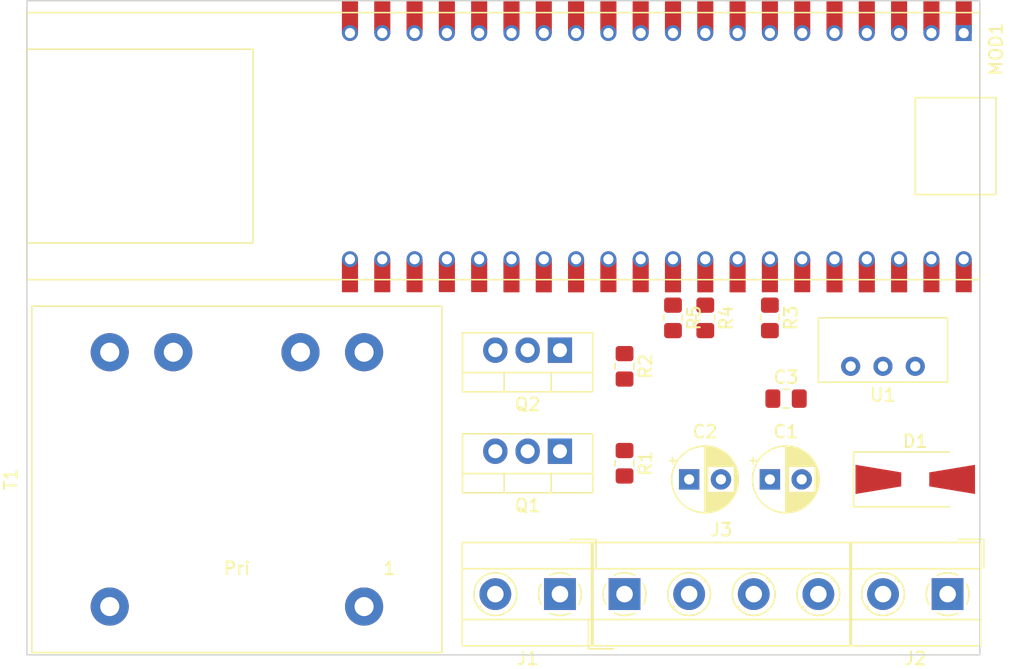
<source format=kicad_pcb>
(kicad_pcb (version 20211014) (generator pcbnew)
  (layers (0 "F.Cu" signal) (31 "B.Cu" signal) (34 "B.Paste" user) (35 "F.Paste" user) (36 "B.SilkS" user "B.Silkscreen") (37 "F.SilkS" user "F.Silkscreen") (38 "B.Mask" user) (39 "F.Mask" user) (44 "Edge.Cuts" user))
  (net 0 "")
  (net 1 "Net-(C1-Pad1)")
  (net 2 "GND")
  (net 3 "+5V")
  (net 4 "VCC")
  (net 5 "Net-(J1-Pad1)")
  (net 6 "Net-(J1-Pad2)")
  (net 7 "Net-(J3-Pad1)")
  (net 8 "Net-(J3-Pad2)")
  (net 9 "Net-(J3-Pad3)")
  (net 24 "Net-(MOD1-Pad19)")
  (net 25 "Net-(MOD1-Pad20)")
  (net 35 "Net-(MOD1-Pad36)")
  (net 38 "Net-(Q1-Pad1)")
  (net 39 "Net-(Q1-Pad2)")
  (net 40 "Net-(Q2-Pad1)")
  (net 41 "Net-(Q2-Pad2)")
  (footprint "Package_TO_SOT_THT:TO-220-3_Vertical" (layer "F.Cu") (at 151.13 106.54 180)
    (fp_text reference "Q1" (at 2.54 -4.27) (layer "F.SilkS"))
    (fp_text value "IRLU8256PbF")
    (fp_line (start 4.391 -3.27) (end 4.391 -1.76) (layer "F.SilkS") (width 0.12))
    (fp_line (start -2.58 -3.27) (end -2.58 1.371) (layer "F.SilkS") (width 0.12))
    (fp_line (start -2.58 -1.76) (end 7.66 -1.76) (layer "F.SilkS") (width 0.12))
    (fp_line (start -2.58 1.371) (end 7.66 1.371) (layer "F.SilkS") (width 0.12))
    (fp_line (start 0.69 -3.27) (end 0.69 -1.76) (layer "F.SilkS") (width 0.12))
    (fp_line (start 7.66 -3.27) (end 7.66 1.371) (layer "F.SilkS") (width 0.12))
    (fp_line (start -2.58 -3.27) (end 7.66 -3.27) (layer "F.SilkS") (width 0.12))
    (pad "1" thru_hole rect (at 0 0 180) (size 1.905 2) (drill 1.1) (layers *.Cu *.Mask) (net 38 "Net-(Q1-Pad1)"))
    (pad "2" thru_hole oval (at 2.54 0 180) (size 1.905 2) (drill 1.1) (layers *.Cu *.Mask) (net 39 "Net-(Q1-Pad2)"))
    (pad "3" thru_hole oval (at 5.08 0 180) (size 1.905 2) (drill 1.1) (layers *.Cu *.Mask) (net 2 "GND"))
  )
  (footprint "Diode_SMD:D_SMA-SMB_Universal_Handsoldering" (layer "F.Cu") (at 179.07 108.755)
    (fp_text reference "D1" (at 0 -3) (layer "F.SilkS"))
    (fp_text value "S2A")
    (fp_line (start -4.85 2.15) (end 2.7 2.15) (layer "F.SilkS") (width 0.12))
    (fp_line (start -4.85 -2.15) (end 2.7 -2.15) (layer "F.SilkS") (width 0.12))
    (fp_line (start -4.85 -2.15) (end -4.85 2.15) (layer "F.SilkS") (width 0.12))
    (pad "1" smd trapezoid (at -2.9 0) (size 3.6 1.7) (rect_delta 0.6 0) (layers "F.Cu" "F.Paste" "F.Mask") (net 1 "Net-(C1-Pad1)"))
    (pad "2" smd trapezoid (at 2.9 0 180) (size 3.6 1.7) (rect_delta 0.6 0) (layers "F.Cu" "F.Paste" "F.Mask") (net 4 "VCC"))
  )
  (footprint "Resistor_SMD:R_0805_2012Metric_Pad1.20x1.40mm_HandSolder" (layer "F.Cu") (at 167.64 96.055 -90)
    (fp_text reference "R3" (at 0 -1.65 90) (layer "F.SilkS"))
    (fp_text value "1k")
    (fp_line (start -0.227064 -0.735) (end 0.227064 -0.735) (layer "F.SilkS") (width 0.12))
    (fp_line (start -0.227064 0.735) (end 0.227064 0.735) (layer "F.SilkS") (width 0.12))
    (pad "1" smd roundrect (at -1 0 270) (size 1.2 1.4) (layers "F.Cu" "F.Paste" "F.Mask") (roundrect_rratio 0.208333) (net 7 "Net-(J3-Pad1)"))
    (pad "2" smd roundrect (at 1 0 270) (size 1.2 1.4) (layers "F.Cu" "F.Paste" "F.Mask") (roundrect_rratio 0.208333) (net 35 "Net-(MOD1-Pad36)"))
  )
  (footprint "Capacitor_THT:CP_Radial_D5.0mm_P2.50mm" (layer "F.Cu") (at 161.29 108.755)
    (fp_text reference "C2" (at 1.25 -3.75) (layer "F.SilkS"))
    (fp_text value "10uF 50V")
    (fp_line (start 3.291 -1.605) (end 3.291 -1.04) (layer "F.SilkS") (width 0.12))
    (fp_line (start 2.891 -2.004) (end 2.891 -1.04) (layer "F.SilkS") (width 0.12))
    (fp_line (start 2.251 1.04) (end 2.251 2.382) (layer "F.SilkS") (width 0.12))
    (fp_line (start 2.331 1.04) (end 2.331 2.348) (layer "F.SilkS") (width 0.12))
    (fp_line (start 2.571 -2.224) (end 2.571 -1.04) (layer "F.SilkS") (width 0.12))
    (fp_line (start 2.931 -1.971) (end 2.931 -1.04) (layer "F.SilkS") (width 0.12))
    (fp_line (start 1.25 -2.58) (end 1.25 2.58) (layer "F.SilkS") (width 0.12))
    (fp_line (start 2.091 -2.442) (end 2.091 -1.04) (layer "F.SilkS") (width 0.12))
    (fp_line (start 2.611 -2.2) (end 2.611 -1.04) (layer "F.SilkS") (width 0.12))
    (fp_line (start 3.451 -1.383) (end 3.451 -1.04) (layer "F.SilkS") (width 0.12))
    (fp_line (start 2.851 1.04) (end 2.851 2.035) (layer "F.SilkS") (width 0.12))
    (fp_line (start 2.411 -2.31) (end 2.411 -1.04) (layer "F.SilkS") (width 0.12))
    (fp_line (start 2.691 -2.149) (end 2.691 -1.04) (layer "F.SilkS") (width 0.12))
    (fp_line (start 3.411 1.04) (end 3.411 1.443) (layer "F.SilkS") (width 0.12))
    (fp_line (start 1.49 1.04) (end 1.49 2.569) (layer "F.SilkS") (width 0.12))
    (fp_line (start 2.811 -2.065) (end 2.811 -1.04) (layer "F.SilkS") (width 0.12))
    (fp_line (start 2.971 1.04) (end 2.971 1.937) (layer "F.SilkS") (width 0.12))
    (fp_line (start 1.971 1.04) (end 1.971 2.48) (layer "F.SilkS") (width 0.12))
    (fp_line (start 3.731 -0.805) (end 3.731 0.805) (layer "F.SilkS") (width 0.12))
    (fp_line (start 1.73 -2.536) (end 1.73 -1.04) (layer "F.SilkS") (width 0.12))
    (fp_line (start 3.531 1.04) (end 3.531 1.251) (layer "F.SilkS") (width 0.12))
    (fp_line (start 3.011 -1.901) (end 3.011 -1.04) (layer "F.SilkS") (width 0.12))
    (fp_line (start 2.211 1.04) (end 2.211 2.398) (layer "F.SilkS") (width 0.12))
    (fp_line (start 2.971 -1.937) (end 2.971 -1.04) (layer "F.SilkS") (width 0.12))
    (fp_line (start 3.251 1.04) (end 3.251 1.653) (layer "F.SilkS") (width 0.12))
    (fp_line (start 2.091 1.04) (end 2.091 2.442) (layer "F.SilkS") (width 0.12))
    (fp_line (start 2.651 1.04) (end 2.651 2.175) (layer "F.SilkS") (width 0.12))
    (fp_line (start 1.81 1.04) (end 1.81 2.52) (layer "F.SilkS") (width 0.12))
    (fp_line (start 2.531 -2.247) (end 2.531 -1.04) (layer "F.SilkS") (width 0.12))
    (fp_line (start 2.491 -2.268) (end 2.491 -1.04) (layer "F.SilkS") (width 0.12))
    (fp_line (start 2.291 1.04) (end 2.291 2.365) (layer "F.SilkS") (width 0.12))
    (fp_line (start 1.49 -2.569) (end 1.49 -1.04) (layer "F.SilkS") (width 0.12))
    (fp_line (start 1.57 -2.561) (end 1.57 -1.04) (layer "F.SilkS") (width 0.12))
    (fp_line (start 3.091 1.04) (end 3.091 1.826) (layer "F.SilkS") (width 0.12))
    (fp_line (start 2.771 1.04) (end 2.771 2.095) (layer "F.SilkS") (width 0.12))
    (fp_line (start 1.89 -2.501) (end 1.89 -1.04) (layer "F.SilkS") (width 0.12))
    (fp_line (start 2.051 1.04) (end 2.051 2.455) (layer "F.SilkS") (width 0.12))
    (fp_line (start 3.211 -1.699) (end 3.211 -1.04) (layer "F.SilkS") (width 0.12))
    (fp_line (start 3.171 1.04) (end 3.171 1.743) (layer "F.SilkS") (width 0.12))
    (fp_line (start 2.251 -2.382) (end 2.251 -1.04) (layer "F.SilkS") (width 0.12))
    (fp_line (start 1.89 1.04) (end 1.89 2.501) (layer "F.SilkS") (width 0.12))
    (fp_line (start 2.771 -2.095) (end 2.771 -1.04) (layer "F.SilkS") (width 0.12))
    (fp_line (start 3.251 -1.653) (end 3.251 -1.04) (layer "F.SilkS") (width 0.12))
    (fp_line (start 3.811 -0.518) (end 3.811 0.518) (layer "F.SilkS") (width 0.12))
    (fp_line (start 2.531 1.04) (end 2.531 2.247) (layer "F.SilkS") (width 0.12))
    (fp_line (start 3.331 -1.554) (end 3.331 -1.04) (layer "F.SilkS") (width 0.12))
    (fp_line (start 3.851 -0.284) (end 3.851 0.284) (layer "F.SilkS") (width 0.12))
    (fp_line (start 3.531 -1.251) (end 3.531 -1.04) (layer "F.SilkS") (width 0.12))
    (fp_line (start 3.331 1.04) (end 3.331 1.554) (layer "F.SilkS") (width 0.12))
    (fp_line (start 1.65 -2.55) (end 1.65 -1.04) (layer "F.SilkS") (width 0.12))
    (fp_line (start 2.491 1.04) (end 2.491 2.268) (layer "F.SilkS") (width 0.12))
    (fp_line (start 3.051 -1.864) (end 3.051 -1.04) (layer "F.SilkS") (width 0.12))
    (fp_line (start 3.691 -0.915) (end 3.691 0.915) (layer "F.SilkS") (width 0.12))
    (fp_line (start 2.171 1.04) (end 2.171 2.414) (layer "F.SilkS") (width 0.12))
    (fp_line (start 1.69 1.04) (end 1.69 2.543) (layer "F.SilkS") (width 0.12))
    (fp_line (start 2.211 -2.398) (end 2.211 -1.04) (layer "F.SilkS") (width 0.12))
    (fp_line (start 2.851 -2.035) (end 2.851 -1.04) (layer "F.SilkS") (width 0.12))
    (fp_line (start 3.011 1.04) (end 3.011 1.901) (layer "F.SilkS") (width 0.12))
    (fp_line (start 1.53 1.04) (end 1.53 2.565) (layer "F.SilkS") (width 0.12))
    (fp_line (start 3.611 -1.098) (end 3.611 1.098) (layer "F.SilkS") (width 0.12))
    (fp_line (start 1.77 1.04) (end 1.77 2.528) (layer "F.SilkS") (width 0.12))
    (fp_line (start 2.371 1.04) (end 2.371 2.329) (layer "F.SilkS") (width 0.12))
    (fp_line (start 2.571 1.04) (end 2.571 2.224) (layer "F.SilkS") (width 0.12))
    (fp_line (start 1.81 -2.52) (end 1.81 -1.04) (layer "F.SilkS") (width 0.12))
    (fp_line (start 2.171 -2.414) (end 2.171 -1.04) (layer "F.SilkS") (width 0.12))
    (fp_line (start 3.211 1.04) (end 3.211 1.699) (layer "F.SilkS") (width 0.12))
    (fp_line (start 1.53 -2.565) (end 1.53 -1.04) (layer "F.SilkS") (width 0.12))
    (fp_line (start 2.451 1.04) (end 2.451 2.29) (layer "F.SilkS") (width 0.12))
    (fp_line (start 2.451 -2.29) (end 2.451 -1.04) (layer "F.SilkS") (width 0.12))
    (fp_line (start 3.171 -1.743) (end 3.171 -1.04) (layer "F.SilkS") (width 0.12))
    (fp_line (start 3.411 -1.443) (end 3.411 -1.04) (layer "F.SilkS") (width 0.12))
    (fp_line (start 1.65 1.04) (end 1.65 2.55) (layer "F.SilkS") (width 0.12))
    (fp_line (start 2.651 -2.175) (end 2.651 -1.04) (layer "F.SilkS") (width 0.12))
    (fp_line (start 2.051 -2.455) (end 2.051 -1.04) (layer "F.SilkS") (width 0.12))
    (fp_line (start 1.69 -2.543) (end 1.69 -1.04) (layer "F.SilkS") (width 0.12))
    (fp_line (start 2.691 1.04) (end 2.691 2.149) (layer "F.SilkS") (width 0.12))
    (fp_line (start 2.931 1.04) (end 2.931 1.971) (layer "F.SilkS") (width 0.12))
    (fp_line (start 3.291 1.04) (end 3.291 1.605) (layer "F.SilkS") (width 0.12))
    (fp_line (start 3.131 1.04) (end 3.131 1.785) (layer "F.SilkS") (width 0.12))
    (fp_line (start 2.811 1.04) (end 2.811 2.065) (layer "F.SilkS") (width 0.12))
    (fp_line (start 1.33 -2.579) (end 1.33 2.579) (layer "F.SilkS") (width 0.12))
    (fp_line (start 1.37 -2.578) (end 1.37 2.578) (layer "F.SilkS") (width 0.12))
    (fp_line (start 2.131 1.04) (end 2.131 2.428) (layer "F.SilkS") (width 0.12))
    (fp_line (start 3.051 1.04) (end 3.051 1.864) (layer "F.SilkS") (width 0.12))
    (fp_line (start 3.091 -1.826) (end 3.091 -1.04) (layer "F.SilkS") (width 0.12))
    (fp_line (start 2.411 1.04) (end 2.411 2.31) (layer "F.SilkS") (width 0.12))
    (fp_line (start 2.331 -2.348) (end 2.331 -1.04) (layer "F.SilkS") (width 0.12))
    (fp_line (start 1.93 1.04) (end 1.93 2.491) (layer "F.SilkS") (width 0.12))
    (fp_line (start 1.41 -2.576) (end 1.41 2.576) (layer "F.SilkS") (width 0.12))
    (fp_line (start 1.29 -2.58) (end 1.29 2.58) (layer "F.SilkS") (width 0.12))
    (fp_line (start 1.971 -2.48) (end 1.971 -1.04) (layer "F.SilkS") (width 0.12))
    (fp_line (start 3.131 -1.785) (end 3.131 -1.04) (layer "F.SilkS") (width 0.12))
    (fp_line (start 3.371 -1.5) (end 3.371 -1.04) (layer "F.SilkS") (width 0.12))
    (fp_line (start 2.731 1.04) (end 2.731 2.122) (layer "F.SilkS") (width 0.12))
    (fp_line (start 1.61 1.04) (end 1.61 2.556) (layer "F.SilkS") (width 0.12))
    (fp_line (start 3.371 1.04) (end 3.371 1.5) (layer "F.SilkS") (width 0.12))
    (fp_line (start 3.571 -1.178) (end 3.571 1.178) (layer "F.SilkS") (width 0.12))
    (fp_line (start 1.73 1.04) (end 1.73 2.536) (layer "F.SilkS") (width 0.12))
    (fp_line (start 2.291 -2.365) (end 2.291 -1.04) (layer "F.SilkS") (width 0.12))
    (fp_line (start 3.451 1.04) (end 3.451 1.383) (layer "F.SilkS") (width 0.12))
    (fp_line (start 2.011 1.04) (end 2.011 2.468) (layer "F.SilkS") (width 0.12))
    (fp_line (start 3.491 -1.319) (end 3.491 -1.04) (layer "F.SilkS") (width 0.12))
    (fp_line (start 3.651 -1.011) (end 3.651 1.011) (layer "F.SilkS") (width 0.12))
    (fp_line (start 2.731 -2.122) (end 2.731 -1.04) (layer "F.SilkS") (width 0.12))
    (fp_line (start 2.891 1.04) (end 2.891 2.004) (layer "F.SilkS") (width 0.12))
    (fp_line (start 1.93 -2.491) (end 1.93 -1.04) (layer "F.SilkS") (width 0.12))
    (fp_line (start 3.491 1.04) (end 3.491 1.319) (layer "F.SilkS") (width 0.12))
    (fp_line (start -1.554775 -1.475) (end -1.054775 -1.475) (layer "F.SilkS") (width 0.12))
    (fp_line (start 2.371 -2.329) (end 2.371 -1.04) (layer "F.SilkS") (width 0.12))
    (fp_line (start 1.57 1.04) (end 1.57 2.561) (layer "F.SilkS") (width 0.12))
    (fp_line (start 1.85 -2.511) (end 1.85 -1.04) (layer "F.SilkS") (width 0.12))
    (fp_line (start 1.61 -2.556) (end 1.61 -1.04) (layer "F.SilkS") (width 0.12))
    (fp_line (start 1.45 -2.573) (end 1.45 2.573) (layer "F.SilkS") (width 0.12))
    (fp_line (start 2.611 1.04) (end 2.611 2.2) (layer "F.SilkS") (width 0.12))
    (fp_line (start 2.011 -2.468) (end 2.011 -1.04) (layer "F.SilkS") (width 0.12))
    (fp_line (start -1.304775 -1.725) (end -1.304775 -1.225) (layer "F.SilkS") (width 0.12))
    (fp_line (start 3.771 -0.677) (end 3.771 0.677) (layer "F.SilkS") (width 0.12))
    (fp_line (start 1.77 -2.528) (end 1.77 -1.04) (layer "F.SilkS") (width 0.12))
    (fp_line (start 1.85 1.04) (end 1.85 2.511) (layer "F.SilkS") (width 0.12))
    (fp_line (start 2.131 -2.428) (end 2.131 -1.04) (layer "F.SilkS") (width 0.12))
    (fp_circle (center 1.25 0) (end 3.87 0) (layer "F.SilkS") (width 0.12) (fill none))
    (pad "1" thru_hole rect (at 0 0) (size 1.6 1.6) (drill 0.8) (layers *.Cu *.Mask) (net 3 "+5V"))
    (pad "2" thru_hole circle (at 2.5 0) (size 1.6 1.6) (drill 0.8) (layers *.Cu *.Mask) (net 2 "GND"))
  )
  (footprint "Resistor_SMD:R_0805_2012Metric_Pad1.20x1.40mm_HandSolder" (layer "F.Cu") (at 156.21 107.485 -90)
    (fp_text reference "R1" (at 0 -1.65 90) (layer "F.SilkS"))
    (fp_text value "100R")
    (fp_line (start -0.227064 -0.735) (end 0.227064 -0.735) (layer "F.SilkS") (width 0.12))
    (fp_line (start -0.227064 0.735) (end 0.227064 0.735) (layer "F.SilkS") (width 0.12))
    (pad "1" smd roundrect (at -1 0 270) (size 1.2 1.4) (layers "F.Cu" "F.Paste" "F.Mask") (roundrect_rratio 0.208333) (net 24 "Net-(MOD1-Pad19)"))
    (pad "2" smd roundrect (at 1 0 270) (size 1.2 1.4) (layers "F.Cu" "F.Paste" "F.Mask") (roundrect_rratio 0.208333) (net 38 "Net-(Q1-Pad1)"))
  )
  (footprint "Resistor_SMD:R_0805_2012Metric_Pad1.20x1.40mm_HandSolder" (layer "F.Cu") (at 156.21 99.865 -90)
    (fp_text reference "R2" (at 0 -1.65 90) (layer "F.SilkS"))
    (fp_text value "100R")
    (fp_line (start -0.227064 -0.735) (end 0.227064 -0.735) (layer "F.SilkS") (width 0.12))
    (fp_line (start -0.227064 0.735) (end 0.227064 0.735) (layer "F.SilkS") (width 0.12))
    (pad "1" smd roundrect (at -1 0 270) (size 1.2 1.4) (layers "F.Cu" "F.Paste" "F.Mask") (roundrect_rratio 0.208333) (net 25 "Net-(MOD1-Pad20)"))
    (pad "2" smd roundrect (at 1 0 270) (size 1.2 1.4) (layers "F.Cu" "F.Paste" "F.Mask") (roundrect_rratio 0.208333) (net 40 "Net-(Q2-Pad1)"))
  )
  (footprint "TerminalBlock_MetzConnect:TerminalBlock_MetzConnect_Type101_RT01602HBWC_1x02_P5.08mm_Horizontal" (layer "F.Cu") (at 181.615 117.7765 180)
    (fp_text reference "J2" (at 2.54 -5.06) (layer "F.SilkS"))
    (fp_text value "Screw_Terminal_01x02")
    (fp_line (start -2.6 4.06) (end 7.68 4.06) (layer "F.SilkS") (width 0.12))
    (fp_line (start -2.6 2) (end 7.68 2) (layer "F.SilkS") (width 0.12))
    (fp_line (start -2.6 -4.06) (end -2.6 4.06) (layer "F.SilkS") (width 0.12))
    (fp_line (start 6.355 -1.069) (end 6.261 -0.976) (layer "F.SilkS") (width 0.12))
    (fp_line (start -2.6 -4.06) (end 7.68 -4.06) (layer "F.SilkS") (width 0.12))
    (fp_line (start -2.6 -2) (end 7.68 -2) (layer "F.SilkS") (width 0.12))
    (fp_line (start 6.15 -1.275) (end 6.091 -1.216) (layer "F.SilkS") (width 0.12))
    (fp_line (start -2.84 2.06) (end -2.84 4.3) (layer "F.SilkS") (width 0.12))
    (fp_line (start 7.68 -4.06) (end 7.68 4.06) (layer "F.SilkS") (width 0.12))
    (fp_line (start -2.84 4.3) (end -0.84 4.3) (layer "F.SilkS") (width 0.12))
    (fp_line (start 4.07 1.216) (end 4.011 1.274) (layer "F.SilkS") (width 0.12))
    (fp_line (start 3.9 0.976) (end 3.806 1.069) (layer "F.SilkS") (width 0.12))
    (fp_arc (start 0.029383 1.68045) (mid -0.392304 1.634281) (end -0.789 1.484) (layer "F.SilkS") (width 0.12))
    (fp_arc (start -1.483953 0.789089) (mid -1.680708 0.00005) (end -1.484 -0.789) (layer "F.SilkS") (width 0.12))
    (fp_arc (start -0.789089 -1.483953) (mid -0.00005 -1.680708) (end 0.789 -1.484) (layer "F.SilkS") (width 0.12))
    (fp_arc (start 0.788712 1.483352) (mid 0.406429 1.630097) (end 0 1.68) (layer "F.SilkS") (width 0.12))
    (fp_arc (start 1.483953 -0.789089) (mid 1.680708 -0.00005) (end 1.484 0.789) (layer "F.SilkS") (width 0.12))
    (fp_circle (center 5.08 0) (end 6.76 0) (layer "F.SilkS") (width 0.12) (fill none))
    (pad "1" thru_hole rect (at 0 0 180) (size 2.5 2.5) (drill 1.3) (layers *.Cu *.Mask) (net 4 "VCC"))
    (pad "2" thru_hole circle (at 5.08 0 180) (size 2.5 2.5) (drill 1.3) (layers *.Cu *.Mask) (net 2 "GND"))
  )
  (footprint "Package_TO_SOT_THT:TO-220-3_Vertical" (layer "F.Cu") (at 151.13 98.595 180)
    (fp_text reference "Q2" (at 2.54 -4.27) (layer "F.SilkS"))
    (fp_text value "IRLU8256PbF")
    (fp_line (start 7.66 -3.27) (end 7.66 1.371) (layer "F.SilkS") (width 0.12))
    (fp_line (start 4.391 -3.27) (end 4.391 -1.76) (layer "F.SilkS") (width 0.12))
    (fp_line (start -2.58 -1.76) (end 7.66 -1.76) (layer "F.SilkS") (width 0.12))
    (fp_line (start -2.58 -3.27) (end -2.58 1.371) (layer "F.SilkS") (width 0.12))
    (fp_line (start -2.58 1.371) (end 7.66 1.371) (layer "F.SilkS") (width 0.12))
    (fp_line (start 0.69 -3.27) (end 0.69 -1.76) (layer "F.SilkS") (width 0.12))
    (fp_line (start -2.58 -3.27) (end 7.66 -3.27) (layer "F.SilkS") (width 0.12))
    (pad "1" thru_hole rect (at 0 0 180) (size 1.905 2) (drill 1.1) (layers *.Cu *.Mask) (net 40 "Net-(Q2-Pad1)"))
    (pad "2" thru_hole oval (at 2.54 0 180) (size 1.905 2) (drill 1.1) (layers *.Cu *.Mask) (net 41 "Net-(Q2-Pad2)"))
    (pad "3" thru_hole oval (at 5.08 0 180) (size 1.905 2) (drill 1.1) (layers *.Cu *.Mask) (net 2 "GND"))
  )
  (footprint "cpv:R-78E" (layer "F.Cu") (at 176.53 99.865)
    (fp_text reference "U1" (at 0 2.25) (layer "F.SilkS"))
    (fp_text value "R-78E5.0-0.5")
    (fp_line (start 5.08 -3.81) (end 5.08 1.25) (layer "F.SilkS") (width 0.12))
    (fp_line (start -5.08 1.25) (end -5.08 -3.81) (layer "F.SilkS") (width 0.12))
    (fp_line (start -5.08 -3.81) (end 5.08 -3.81) (layer "F.SilkS") (width 0.12))
    (fp_line (start 5.08 1.25) (end -5.08 1.25) (layer "F.SilkS") (width 0.12))
    (pad "1" thru_hole circle (at -2.54 0) (size 1.5 1.5) (drill 0.8) (layers *.Cu *.Mask) (net 1 "Net-(C1-Pad1)"))
    (pad "2" thru_hole circle (at 0 0) (size 1.5 1.5) (drill 0.8) (layers *.Cu *.Mask) (net 2 "GND"))
    (pad "3" thru_hole circle (at 2.54 0) (size 1.5 1.5) (drill 0.8) (layers *.Cu *.Mask) (net 3 "+5V"))
  )
  (footprint "cpv:W5100S-EVB-PICO" (layer "F.Cu") (at 158.75 82.55)
    (fp_text reference "MOD1" (at 26.67 -7.62 90) (layer "F.SilkS"))
    (fp_text value "W5100S-EVB-Pico")
    (fp_poly (pts (xy -21.0058 -8.89) (xy -21.59 -9.515) (xy -22.1742 -8.89) (xy -22.1742 -11.43) (xy -21.0058 -11.43)) (layer "F.Cu") (width 0.1) (fill solid))
    (fp_poly (pts (xy 14.5542 -8.88) (xy 13.97 -9.505) (xy 13.3858 -8.88) (xy 13.3858 -11.42) (xy 14.5542 -11.42)) (layer "F.Cu") (width 0.1) (fill solid))
    (fp_poly (pts (xy -13.3858 -8.9) (xy -13.97 -9.525) (xy -14.5542 -8.9) (xy -14.5542 -11.44) (xy -13.3858 -11.44)) (layer "F.Cu") (width 0.1) (fill solid))
    (fp_poly (pts (xy -10.8458 -8.89) (xy -11.43 -9.515) (xy -12.0142 -8.89) (xy -12.0142 -11.43) (xy -10.8458 -11.43)) (layer "F.Cu") (width 0.1) (fill solid))
    (fp_poly (pts (xy 4.3942 -8.89) (xy 3.81 -9.515) (xy 3.2258 -8.89) (xy 3.2258 -11.43) (xy 4.3942 -11.43)) (layer "F.Cu") (width 0.1) (fill solid))
    (fp_poly (pts (xy 23.5458 8.9) (xy 24.13 9.525) (xy 24.7142 8.9) (xy 24.7142 11.44) (xy 23.5458 11.44)) (layer "F.Cu") (width 0.1) (fill solid))
    (fp_poly (pts (xy -23.5458 -8.89) (xy -24.13 -9.515) (xy -24.7142 -8.89) (xy -24.7142 -11.43) (xy -23.5458 -11.43)) (layer "F.Cu") (width 0.1) (fill solid))
    (fp_poly (pts (xy 3.2258 8.91) (xy 3.81 9.535) (xy 4.3942 8.91) (xy 4.3942 11.45) (xy 3.2258 11.45)) (layer "F.Cu") (width 0.1) (fill solid))
    (fp_poly (pts (xy 8.3058 8.9) (xy 8.89 9.525) (xy 9.4742 8.9) (xy 9.4742 11.44) (xy 8.3058 11.44)) (layer "F.Cu") (width 0.1) (fill solid))
    (fp_poly (pts (xy 24.7142 -8.89) (xy 24.13 -9.515) (xy 23.5458 -8.89) (xy 23.5458 -11.43) (xy 24.7142 -11.43)) (layer "F.Cu") (width 0.1) (fill solid))
    (fp_poly (pts (xy -0.6858 -8.9) (xy -1.27 -9.525) (xy -1.8542 -8.9) (xy -1.8542 -11.44) (xy -0.6858 -11.44)) (layer "F.Cu") (width 0.1) (fill solid))
    (fp_poly (pts (xy 6.9342 -8.9) (xy 6.35 -9.525) (xy 5.7658 -8.9) (xy 5.7658 -11.44) (xy 6.9342 -11.44)) (layer "F.Cu") (width 0.1) (fill solid))
    (fp_poly (pts (xy -12.0142 8.91) (xy -11.43 9.535) (xy -10.8458 8.91) (xy -10.8458 11.45) (xy -12.0142 11.45)) (layer "F.Cu") (width 0.1) (fill solid))
    (fp_poly (pts (xy 17.0942 -8.88) (xy 16.51 -9.505) (xy 15.9258 -8.88) (xy 15.9258 -11.42) (xy 17.0942 -11.42)) (layer "F.Cu") (width 0.1) (fill solid))
    (fp_poly (pts (xy -24.7142 8.9) (xy -24.13 9.525) (xy -23.5458 8.9) (xy -23.5458 11.44) (xy -24.7142 11.44)) (layer "F.Cu") (width 0.1) (fill solid))
    (fp_poly (pts (xy 19.6342 -8.89) (xy 19.05 -9.515) (xy 18.4658 -8.89) (xy 18.4658 -11.43) (xy 19.6342 -11.43)) (layer "F.Cu") (width 0.1) (fill solid))
    (fp_poly (pts (xy -17.0942 8.89) (xy -16.51 9.515) (xy -15.9258 8.89) (xy -15.9258 11.43) (xy -17.0942 11.43)) (layer "F.Cu") (width 0.1) (fill solid))
    (fp_poly (pts (xy -8.3058 -8.89) (xy -8.89 -9.515) (xy -9.4742 -8.89) (xy -9.4742 -11.43) (xy -8.3058 -11.43)) (layer "F.Cu") (width 0.1) (fill solid))
    (fp_poly (pts (xy 9.4742 -8.9) (xy 8.89 -9.525) (xy 8.3058 -8.9) (xy 8.3058 -11.44) (xy 9.4742 -11.44)) (layer "F.Cu") (width 0.1) (fill solid))
    (fp_poly (pts (xy -9.4742 8.91) (xy -8.89 9.535) (xy -8.3058 8.91) (xy -8.3058 11.45) (xy -9.4742 11.45)) (layer "F.Cu") (width 0.1) (fill solid))
    (fp_poly (pts (xy -4.3942 8.9) (xy -3.81 9.525) (xy -3.2258 8.9) (xy -3.2258 11.44) (xy -4.3942 11.44)) (layer "F.Cu") (width 0.1) (fill solid))
    (fp_poly (pts (xy -1.8542 8.9) (xy -1.27 9.525) (xy -0.6858 8.9) (xy -0.6858 11.44) (xy -1.8542 11.44)) (layer "F.Cu") (width 0.1) (fill solid))
    (fp_poly (pts (xy 5.7658 8.91) (xy 6.35 9.535) (xy 6.9342 8.91) (xy 6.9342 11.45) (xy 5.7658 11.45)) (layer "F.Cu") (width 0.1) (fill solid))
    (fp_poly (pts (xy 1.8542 -8.89) (xy 1.27 -9.515) (xy 0.6858 -8.89) (xy 0.6858 -11.43) (xy 1.8542 -11.43)) (layer "F.Cu") (width 0.1) (fill solid))
    (fp_poly (pts (xy 13.3858 8.91) (xy 13.97 9.535) (xy 14.5542 8.91) (xy 14.5542 11.45) (xy 13.3858 11.45)) (layer "F.Cu") (width 0.1) (fill solid))
    (fp_poly (pts (xy 15.9258 8.91) (xy 16.51 9.535) (xy 17.0942 8.91) (xy 17.0942 11.45) (xy 15.9258 11.45)) (layer "F.Cu") (width 0.1) (fill solid))
    (fp_poly (pts (xy -18.4658 -8.9) (xy -19.05 -9.525) (xy -19.6342 -8.9) (xy -19.6342 -11.44) (xy -18.4658 -11.44)) (layer "F.Cu") (width 0.1) (fill solid))
    (fp_poly (pts (xy -14.5542 8.89) (xy -13.97 9.515) (xy -13.3858 8.89) (xy -13.3858 11.43) (xy -14.5542 11.43)) (layer "F.Cu") (width 0.1) (fill solid))
    (fp_poly (pts (xy -22.1742 8.9) (xy -21.59 9.525) (xy -21.0058 8.9) (xy -21.0058 11.44) (xy -22.1742 11.44)) (layer "F.Cu") (width 0.1) (fill solid))
    (fp_poly (pts (xy -5.7658 -8.9) (xy -6.35 -9.525) (xy -6.9342 -8.9) (xy -6.9342 -11.44) (xy -5.7658 -11.44)) (layer "F.Cu") (width 0.1) (fill solid))
    (fp_poly (pts (xy -19.6342 8.9) (xy -19.05 9.525) (xy -18.4658 8.9) (xy -18.4658 11.44) (xy -19.6342 11.44)) (layer "F.Cu") (width 0.1) (fill solid))
    (fp_poly (pts (xy 12.0142 -8.9) (xy 11.43 -9.525) (xy 10.8458 -8.9) (xy 10.8458 -11.44) (xy 12.0142 -11.44)) (layer "F.Cu") (width 0.1) (fill solid))
    (fp_poly (pts (xy 18.4658 8.91) (xy 19.05 9.535) (xy 19.6342 8.91) (xy 19.6342 11.45) (xy 18.4658 11.45)) (layer "F.Cu") (width 0.1) (fill solid))
    (fp_poly (pts (xy 21.0058 8.9) (xy 21.59 9.525) (xy 22.1742 8.9) (xy 22.1742 11.44) (xy 21.0058 11.44)) (layer "F.Cu") (width 0.1) (fill solid))
    (fp_poly (pts (xy 22.1742 -8.89) (xy 21.59 -9.515) (xy 21.0058 -8.89) (xy 21.0058 -11.43) (xy 22.1742 -11.43)) (layer "F.Cu") (width 0.1) (fill solid))
    (fp_poly (pts (xy 10.8458 8.9) (xy 11.43 9.525) (xy 12.0142 8.9) (xy 12.0142 11.44) (xy 10.8458 11.44)) (layer "F.Cu") (width 0.1) (fill solid))
    (fp_poly (pts (xy 0.6858 8.91) (xy 1.27 9.535) (xy 1.8542 8.91) (xy 1.8542 11.45) (xy 0.6858 11.45)) (layer "F.Cu") (width 0.1) (fill solid))
    (fp_poly (pts (xy -15.9258 -8.9) (xy -16.51 -9.525) (xy -17.0942 -8.9) (xy -17.0942 -11.44) (xy -15.9258 -11.44)) (layer "F.Cu") (width 0.1) (fill solid))
    (fp_poly (pts (xy -6.9342 8.91) (xy -6.35 9.535) (xy -5.7658 8.91) (xy -5.7658 11.45) (xy -6.9342 11.45)) (layer "F.Cu") (width 0.1) (fill solid))
    (fp_poly (pts (xy -3.2258 -8.9) (xy -3.81 -9.525) (xy -4.3942 -8.9) (xy -4.3942 -11.44) (xy -3.2258 -11.44)) (layer "F.Cu") (width 0.1) (fill solid))
    (fp_line (start -49.53 -10.5) (end -49.53 10.5) (layer "F.SilkS") (width 0.12))
    (fp_line (start 25.4 -10.5) (end -49.53 -10.5) (layer "F.SilkS") (width 0.12))
    (fp_line (start 25.4 10.5) (end 25.4 -10.5) (layer "F.SilkS") (width 0.12))
    (fp_line (start -49.53 10.5) (end 25.4 10.5) (layer "F.SilkS") (width 0.12))
    (fp_rect (start -49.53 -7.62) (end -31.75 7.62) (layer "F.SilkS") (width 0.12) (fill none))
    (fp_rect (start 26.67 -3.81) (end 20.32 3.81) (layer "F.SilkS") (width 0.12) (fill none))
    (pad "1" thru_hole rect (at 24.13 -8.89 180) (size 1.25 1.25) (drill 0.8) (layers *.Cu *.Mask))
    (pad "2" thru_hole circle (at 21.59 -8.89 180) (size 1.25 1.25) (drill 0.8) (layers *.Cu *.Mask))
    (pad "3" thru_hole circle (at 19.05 -8.89 180) (size 1.25 1.25) (drill 0.8) (layers *.Cu *.Mask) (net 2 "GND"))
    (pad "4" thru_hole circle (at 16.51 -8.89 180) (size 1.25 1.25) (drill 0.8) (layers *.Cu *.Mask))
    (pad "5" thru_hole circle (at 13.97 -8.89 180) (size 1.25 1.25) (drill 0.8) (layers *.Cu *.Mask))
    (pad "6" thru_hole circle (at 11.43 -8.89 180) (size 1.25 1.25) (drill 0.8) (layers *.Cu *.Mask))
    (pad "7" thru_hole circle (at 8.89 -8.89 180) (size 1.25 1.25) (drill 0.8) (layers *.Cu *.Mask))
    (pad "8" thru_hole circle (at 6.35 -8.89 180) (size 1.25 1.25) (drill 0.8) (layers *.Cu *.Mask) (net 2 "GND"))
    (pad "9" thru_hole circle (at 3.81 -8.89 180) (size 1.25 1.25) (drill 0.8) (layers *.Cu *.Mask))
    (pad "10" thru_hole circle (at 1.27 -8.89 180) (size 1.25 1.25) (drill 0.8) (layers *.Cu *.Mask))
    (pad "11" thru_hole circle (at -1.27 -8.89 180) (size 1.25 1.25) (drill 0.8) (layers *.Cu *.Mask))
    (pad "12" thru_hole circle (at -3.81 -8.89 180) (size 1.25 1.25) (drill 0.8) (layers *.Cu *.Mask))
    (pad "13" thru_hole circle (at -6.35 -8.89 180) (size 1.25 1.25) (drill 0.8) (layers *.Cu *.Mask) (net 2 "GND"))
    (pad "14" thru_hole circle (at -8.89 -8.89 180) (size 1.25 1.25) (drill 0.8) (layers *.Cu *.Mask))
    (pad "15" thru_hole circle (at -11.43 -8.89 180) (size 1.25 1.25) (drill 0.8) (layers *.Cu *.Mask))
    (pad "16" thru_hole circle (at -13.97 -8.89 180) (size 1.25 1.25) (drill 0.8) (layers *.Cu *.Mask))
    (pad "17" thru_hole circle (at -16.51 -8.89 180) (size 1.25 1.25) (drill 0.8) (layers *.Cu *.Mask))
    (pad "18" thru_hole circle (at -19.05 -8.89 180) (size 1.25 1.25) (drill 0.8) (layers *.Cu *.Mask) (net 2 "GND"))
    (pad "19" thru_hole circle (at -21.59 -8.89 180) (size 1.25 1.25) (drill 0.8) (layers *.Cu *.Mask) (net 24 "Net-(MOD1-Pad19)"))
    (pad "20" thru_hole circle (at -24.13 -8.89 180) (size 1.25 1.25) (drill 0.8) (layers *.Cu *.Mask) (net 25 "Net-(MOD1-Pad20)"))
    (pad "21" thru_hole circle (at -24.13 8.89 180) (size 1.25 1.25) (drill 0.8) (layers *.Cu *.Mask))
    (pad "22" thru_hole circle (at -21.59 8.89 180) (size 1.25 1.25) (drill 0.8) (layers *.Cu *.Mask))
    (pad "23" thru_hole circle (at -19.05 8.89 180) (size 1.25 1.25) (drill 0.8) (layers *.Cu *.Mask) (net 2 "GND"))
    (pad "24" thru_hole circle (at -16.51 8.89 180) (size 1.25 1.25) (drill 0.8) (layers *.Cu *.Mask))
    (pad "25" thru_hole circle (at -13.97 8.89 180) (size 1.25 1.25) (drill 0.8) (layers *.Cu *.Mask))
    (pad "26" thru_hole circle (at -11.43 8.89 180) (size 1.25 1.25) (drill 0.8) (layers *.Cu *.Mask))
    (pad "27" thru_hole circle (at -8.89 8.89 180) (size 1.25 1.25) (drill 0.8) (layers *.Cu *.Mask))
    (pad "28" thru_hole circle (at -6.35 8.89 180) (size 1.25 1.25) (drill 0.8) (layers *.Cu *.Mask) (net 2 "GND"))
    (pad "29" thru_hole circle (at -3.81 8.89 180) (size 1.25 1.25) (drill 0.8) (layers *.Cu *.Mask))
    (pad "30" thru_hole circle (at -1.27 8.89 180) (size 1.25 1.25) (drill 0.8) (layers *.Cu *.Mask))
    (pad "31" thru_hole circle (at 1.27 8.89 180) (size 1.25 1.25) (drill 0.8) (layers *.Cu *.Mask) (net 9 "Net-(J3-Pad3)"))
    (pad "32" thru_hole circle (at 3.81 8.89 180) (size 1.25 1.25) (drill 0.8) (layers *.Cu *.Mask) (net 8 "Net-(J3-Pad2)"))
    (pad "33" thru_hole circle (at 6.35 8.89 180) (size 1.25 1.25) (drill 0.8) (layers *.Cu *.Mask) (net 2 "GND"))
    (pad "34" thru_hole circle (at 8.89 8.89 180) (size 1.25 1.25) (drill 0.8) (layers *.Cu *.Mask) (net 7 "Net-(J3-Pad1)"))
    (pad "35" thru_hole circle (at 11.43 8.89 180) (size 1.25 1.25) (drill 0.8) (layers *.Cu *.Mask))
    (pad "36" thru_hole circle (at 13.97 8.89 180) (size 1.25 1.25) (drill 0.8) (layers *.Cu *.Mask) (net 35 "Net-(MOD1-Pad36)"))
    (pad "37" thru_hole circle (at 16.51 8.89 180) (size 1.25 1.25) (drill 0.8) (layers *.Cu *.Mask))
    (pad "38" thru_hole circle (at 19.05 8.89 180) (size 1.25 1.25) (drill 0.8) (layers *.Cu *.Mask) (net 2 "GND"))
    (pad "39" thru_hole circle (at 21.59 8.89 180) (size 1.25 1.25) (drill 0.8) (layers *.Cu *.Mask))
    (pad "40" thru_hole circle (at 24.13 8.89 180) (size 1.25 1.25) (drill 0.8) (layers *.Cu *.Mask) (net 3 "+5V"))
  )
  (footprint "TerminalBlock_MetzConnect:TerminalBlock_MetzConnect_Type101_RT01604HBWC_1x04_P5.08mm_Horizontal" (layer "F.Cu") (at 156.21 117.7765)
    (fp_text reference "J3" (at 7.62 -5.06) (layer "F.SilkS"))
    (fp_text value "Screw_Terminal_01x04")
    (fp_line (start 11.23 -1.275) (end 11.171 -1.216) (layer "F.SilkS") (width 0.12))
    (fp_line (start 16.515 -1.069) (end 16.421 -0.976) (layer "F.SilkS") (width 0.12))
    (fp_line (start 14.23 1.216) (end 14.171 1.274) (layer "F.SilkS") (width 0.12))
    (fp_line (start 17.84 -4.06) (end 17.84 4.06) (layer "F.SilkS") (width 0.12))
    (fp_line (start 4.07 1.216) (end 4.011 1.274) (layer "F.SilkS") (width 0.12))
    (fp_line (start 8.98 0.976) (end 8.886 1.069) (layer "F.SilkS") (width 0.12))
    (fp_line (start -2.84 4.3) (end -0.84 4.3) (layer "F.SilkS") (width 0.12))
    (fp_line (start -2.6 2) (end 17.84 2) (layer "F.SilkS") (width 0.12))
    (fp_line (start 16.31 -1.275) (end 16.251 -1.216) (layer "F.SilkS") (width 0.12))
    (fp_line (start -2.84 2.06) (end -2.84 4.3) (layer "F.SilkS") (width 0.12))
    (fp_line (start -2.6 -4.06) (end -2.6 4.06) (layer "F.SilkS") (width 0.12))
    (fp_line (start 6.15 -1.275) (end 6.091 -1.216) (layer "F.SilkS") (width 0.12))
    (fp_line (start 3.9 0.976) (end 3.806 1.069) (layer "F.SilkS") (width 0.12))
    (fp_line (start 11.435 -1.069) (end 11.341 -0.976) (layer "F.SilkS") (width 0.12))
    (fp_line (start -2.6 4.06) (end 17.84 4.06) (layer "F.SilkS") (width 0.12))
    (fp_line (start -2.6 -2) (end 17.84 -2) (layer "F.SilkS") (width 0.12))
    (fp_line (start 6.355 -1.069) (end 6.261 -0.976) (layer "F.SilkS") (width 0.12))
    (fp_line (start -2.6 -4.06) (end 17.84 -4.06) (layer "F.SilkS") (width 0.12))
    (fp_line (start 14.06 0.976) (end 13.966 1.069) (layer "F.SilkS") (width 0.12))
    (fp_line (start 9.15 1.216) (end 9.091 1.274) (layer "F.SilkS") (width 0.12))
    (fp_arc (start 0.788712 1.483352) (mid 0.406429 1.630097) (end 0 1.68) (layer "F.SilkS") (width 0.12))
    (fp_arc (start -0.789089 -1.483953) (mid -0.00005 -1.680708) (end 0.789 -1.484) (layer "F.SilkS") (width 0.12))
    (fp_arc (start -1.483953 0.789089) (mid -1.680708 0.00005) (end -1.484 -0.789) (layer "F.SilkS") (width 0.12))
    (fp_arc (start 1.483953 -0.789089) (mid 1.680708 -0.00005) (end 1.484 0.789) (layer "F.SilkS") (width 0.12))
    (fp_arc (start 0.029383 1.68045) (mid -0.392304 1.634281) (end -0.789 1.484) (layer "F.SilkS") (width 0.12))
    (fp_circle (center 15.24 0) (end 16.92 0) (layer "F.SilkS") (width 0.12) (fill none))
    (fp_circle (center 5.08 0) (end 6.76 0) (layer "F.SilkS") (width 0.12) (fill none))
    (fp_circle (center 10.16 0) (end 11.84 0) (layer "F.SilkS") (width 0.12) (fill none))
    (pad "1" thru_hole rect (at 0 0) (size 2.5 2.5) (drill 1.3) (layers *.Cu *.Mask) (net 7 "Net-(J3-Pad1)"))
    (pad "2" thru_hole circle (at 5.08 0) (size 2.5 2.5) (drill 1.3) (layers *.Cu *.Mask) (net 8 "Net-(J3-Pad2)"))
    (pad "3" thru_hole circle (at 10.16 0) (size 2.5 2.5) (drill 1.3) (layers *.Cu *.Mask) (net 9 "Net-(J3-Pad3)"))
    (pad "4" thru_hole circle (at 15.24 0) (size 2.5 2.5) (drill 1.3) (layers *.Cu *.Mask) (net 2 "GND"))
  )
  (footprint "cpv:Transformer_myrra_EI30-2VA_2xSec" (layer "F.Cu") (at 135.73 118.755 90)
    (fp_text reference "T1" (at 10 -27.78 90) (layer "F.SilkS"))
    (fp_text value "2x 9V 0.5VA")
    (fp_text user "1" (at 3 2) (layer "F.SilkS"))
    (fp_text user "Pri" (at 3 -10) (layer "F.SilkS"))
    (fp_line (start 23.62 6.12) (end -3.62 6.12) (layer "F.SilkS") (width 0.12))
    (fp_line (start -3.62 -26.12) (end -3.62 6.12) (layer "F.SilkS") (width 0.12))
    (fp_line (start -3.62 -26.12) (end 23.62 -26.12) (layer "F.SilkS") (width 0.12))
    (fp_line (start 23.62 6.12) (end 23.62 -26.12) (layer "F.SilkS") (width 0.12))
    (pad "1" thru_hole circle (at 0 0 90) (size 3 3) (drill 1.5) (layers *.Cu *.Mask) (net 5 "Net-(J1-Pad1)"))
    (pad "5" thru_hole circle (at 0 -20 90) (size 3 3) (drill 1.5) (layers *.Cu *.Mask) (net 6 "Net-(J1-Pad2)"))
    (pad "6" thru_hole circle (at 20 -20 90) (size 3 3) (drill 1.5) (layers *.Cu *.Mask) (net 41 "Net-(Q2-Pad2)"))
    (pad "7" thru_hole circle (at 20 -15 90) (size 3 3) (drill 1.5) (layers *.Cu *.Mask) (net 4 "VCC"))
    (pad "9" thru_hole circle (at 20 -5 90) (size 3 3) (drill 1.5) (layers *.Cu *.Mask) (net 4 "VCC"))
    (pad "10" thru_hole circle (at 20 0 90) (size 3 3) (drill 1.5) (layers *.Cu *.Mask) (net 39 "Net-(Q1-Pad2)"))
  )
  (footprint "Capacitor_SMD:C_0805_2012Metric_Pad1.18x1.45mm_HandSolder" (layer "F.Cu") (at 168.91 102.405)
    (fp_text reference "C3" (at 0 -1.68) (layer "F.SilkS"))
    (fp_text value "100nF")
    (fp_line (start -0.261252 -0.735) (end 0.261252 -0.735) (layer "F.SilkS") (width 0.12))
    (fp_line (start -0.261252 0.735) (end 0.261252 0.735) (layer "F.SilkS") (width 0.12))
    (pad "1" smd roundrect (at -1.0375 0) (size 1.175 1.45) (layers "F.Cu" "F.Paste" "F.Mask") (roundrect_rratio 0.212766) (net 3 "+5V"))
    (pad "2" smd roundrect (at 1.0375 0) (size 1.175 1.45) (layers "F.Cu" "F.Paste" "F.Mask") (roundrect_rratio 0.212766) (net 2 "GND"))
  )
  (footprint "Resistor_SMD:R_0805_2012Metric_Pad1.20x1.40mm_HandSolder" (layer "F.Cu") (at 160.02 96.055 -90)
    (fp_text reference "R5" (at 0 -1.65 90) (layer "F.SilkS"))
    (fp_text value "1k")
    (fp_line (start -0.227064 -0.735) (end 0.227064 -0.735) (layer "F.SilkS") (width 0.12))
    (fp_line (start -0.227064 0.735) (end 0.227064 0.735) (layer "F.SilkS") (width 0.12))
    (pad "1" smd roundrect (at -1 0 270) (size 1.2 1.4) (layers "F.Cu" "F.Paste" "F.Mask") (roundrect_rratio 0.208333) (net 9 "Net-(J3-Pad3)"))
    (pad "2" smd roundrect (at 1 0 270) (size 1.2 1.4) (layers "F.Cu" "F.Paste" "F.Mask") (roundrect_rratio 0.208333) (net 35 "Net-(MOD1-Pad36)"))
  )
  (footprint "Capacitor_THT:CP_Radial_D5.0mm_P2.50mm" (layer "F.Cu") (at 167.64 108.755)
    (fp_text reference "C1" (at 1.25 -3.75) (layer "F.SilkS"))
    (fp_text value "10uF 50V")
    (fp_line (start 1.73 -2.536) (end 1.73 -1.04) (layer "F.SilkS") (width 0.12))
    (fp_line (start 2.331 -2.348) (end 2.331 -1.04) (layer "F.SilkS") (width 0.12))
    (fp_line (start 2.531 1.04) (end 2.531 2.247) (layer "F.SilkS") (width 0.12))
    (fp_line (start 2.531 -2.247) (end 2.531 -1.04) (layer "F.SilkS") (width 0.12))
    (fp_line (start 2.131 1.04) (end 2.131 2.428) (layer "F.SilkS") (width 0.12))
    (fp_line (start 3.331 1.04) (end 3.331 1.554) (layer "F.SilkS") (width 0.12))
    (fp_line (start 2.491 -2.268) (end 2.491 -1.04) (layer "F.SilkS") (width 0.12))
    (fp_line (start 1.53 -2.565) (end 1.53 -1.04) (layer "F.SilkS") (width 0.12))
    (fp_line (start 1.29 -2.58) (end 1.29 2.58) (layer "F.SilkS") (width 0.12))
    (fp_line (start 2.851 1.04) (end 2.851 2.035) (layer "F.SilkS") (width 0.12))
    (fp_line (start 1.65 1.04) (end 1.65 2.55) (layer "F.SilkS") (width 0.12))
    (fp_line (start 2.811 -2.065) (end 2.811 -1.04) (layer "F.SilkS") (width 0.12))
    (fp_line (start 1.49 1.04) (end 1.49 2.569) (layer "F.SilkS") (width 0.12))
    (fp_line (start 3.251 -1.653) (end 3.251 -1.04) (layer "F.SilkS") (width 0.12))
    (fp_line (start 3.171 -1.743) (end 3.171 -1.04) (layer "F.SilkS") (width 0.12))
    (fp_line (start 3.291 1.04) (end 3.291 1.605) (layer "F.SilkS") (width 0.12))
    (fp_line (start 2.611 1.04) (end 2.611 2.2) (layer "F.SilkS") (width 0.12))
    (fp_line (start 3.291 -1.605) (end 3.291 -1.04) (layer "F.SilkS") (width 0.12))
    (fp_line (start 3.011 1.04) (end 3.011 1.901) (layer "F.SilkS") (width 0.12))
    (fp_line (start 1.45 -2.573) (end 1.45 2.573) (layer "F.SilkS") (width 0.12))
    (fp_line (start 3.491 1.04) (end 3.491 1.319) (layer "F.SilkS") (width 0.12))
    (fp_line (start 2.011 -2.468) (end 2.011 -1.04) (layer "F.SilkS") (width 0.12))
    (fp_line (start 3.091 -1.826) (end 3.091 -1.04) (layer "F.SilkS") (width 0.12))
    (fp_line (start 2.851 -2.035) (end 2.851 -1.04) (layer "F.SilkS") (width 0.12))
    (fp_line (start 2.291 -2.365) (end 2.291 -1.04) (layer "F.SilkS") (width 0.12))
    (fp_line (start 3.571 -1.178) (end 3.571 1.178) (layer "F.SilkS") (width 0.12))
    (fp_line (start 1.49 -2.569) (end 1.49 -1.04) (layer "F.SilkS") (width 0.12))
    (fp_line (start 2.211 -2.398) (end 2.211 -1.04) (layer "F.SilkS") (width 0.12))
    (fp_line (start 3.331 -1.554) (end 3.331 -1.04) (layer "F.SilkS") (width 0.12))
    (fp_line (start 2.691 -2.149) (end 2.691 -1.04) (layer "F.SilkS") (width 0.12))
    (fp_line (start 2.251 1.04) (end 2.251 2.382) (layer "F.SilkS") (width 0.12))
    (fp_line (start 2.371 -2.329) (end 2.371 -1.04) (layer "F.SilkS") (width 0.12))
    (fp_line (start 1.85 1.04) (end 1.85 2.511) (layer "F.SilkS") (width 0.12))
    (fp_line (start 3.851 -0.284) (end 3.851 0.284) (layer "F.SilkS") (width 0.12))
    (fp_line (start 2.131 -2.428) (end 2.131 -1.04) (layer "F.SilkS") (width 0.12))
    (fp_line (start 3.211 -1.699) (end 3.211 -1.04) (layer "F.SilkS") (width 0.12))
    (fp_line (start 2.771 -2.095) (end 2.771 -1.04) (layer "F.SilkS") (width 0.12))
    (fp_line (start 1.93 -2.491) (end 1.93 -1.04) (layer "F.SilkS") (width 0.12))
    (fp_line (start 3.651 -1.011) (end 3.651 1.011) (layer "F.SilkS") (width 0.12))
    (fp_line (start 3.051 1.04) (end 3.051 1.864) (layer "F.SilkS") (width 0.12))
    (fp_line (start 2.651 -2.175) (end 2.651 -1.04) (layer "F.SilkS") (width 0.12))
    (fp_line (start 1.93 1.04) (end 1.93 2.491) (layer "F.SilkS") (width 0.12))
    (fp_line (start 2.891 -2.004) (end 2.891 -1.04) (layer "F.SilkS") (width 0.12))
    (fp_line (start 1.61 1.04) (end 1.61 2.556) (layer "F.SilkS") (width 0.12))
    (fp_line (start 2.211 1.04) (end 2.211 2.398) (layer "F.SilkS") (width 0.12))
    (fp_line (start 2.971 1.04) (end 2.971 1.937) (layer "F.SilkS") (width 0.12))
    (fp_line (start 2.891 1.04) (end 2.891 2.004) (layer "F.SilkS") (width 0.12))
    (fp_line (start 2.611 -2.2) (end 2.611 -1.04) (layer "F.SilkS") (width 0.12))
    (fp_line (start 3.611 -1.098) (end 3.611 1.098) (layer "F.SilkS") (width 0.12))
    (fp_line (start 3.411 1.04) (end 3.411 1.443) (layer "F.SilkS") (width 0.12))
    (fp_line (start 3.051 -1.864) (end 3.051 -1.04) (layer "F.SilkS") (width 0.12))
    (fp_line (start 1.89 1.04) (end 1.89 2.501) (layer "F.SilkS") (width 0.12))
    (fp_line (start 3.091 1.04) (end 3.091 1.826) (layer "F.SilkS") (width 0.12))
    (fp_line (start 3.411 -1.443) (end 3.411 -1.04) (layer "F.SilkS") (width 0.12))
    (fp_line (start 1.85 -2.511) (end 1.85 -1.04) (layer "F.SilkS") (width 0.12))
    (fp_line (start 2.251 -2.382) (end 2.251 -1.04) (layer "F.SilkS") (width 0.12))
    (fp_line (start 2.771 1.04) (end 2.771 2.095) (layer "F.SilkS") (width 0.12))
    (fp_line (start 2.091 -2.442) (end 2.091 -1.04) (layer "F.SilkS") (width 0.12))
    (fp_line (start 1.81 -2.52) (end 1.81 -1.04) (layer "F.SilkS") (width 0.12))
    (fp_line (start 3.171 1.04) (end 3.171 1.743) (layer "F.SilkS") (width 0.12))
    (fp_line (start 2.291 1.04) (end 2.291 2.365) (layer "F.SilkS") (width 0.12))
    (fp_line (start 2.811 1.04) (end 2.811 2.065) (layer "F.SilkS") (width 0.12))
    (fp_line (start 2.371 1.04) (end 2.371 2.329) (layer "F.SilkS") (width 0.12))
    (fp_line (start 1.41 -2.576) (end 1.41 2.576) (layer "F.SilkS") (width 0.12))
    (fp_line (start 3.691 -0.915) (end 3.691 0.915) (layer "F.SilkS") (width 0.12))
    (fp_line (start 2.491 1.04) (end 2.491 2.268) (layer "F.SilkS") (width 0.12))
    (fp_line (start 2.411 1.04) (end 2.411 2.31) (layer "F.SilkS") (width 0.12))
    (fp_line (start 3.131 -1.785) (end 3.131 -1.04) (layer "F.SilkS") (width 0.12))
    (fp_line (start 1.53 1.04) (end 1.53 2.565) (layer "F.SilkS") (width 0.12))
    (fp_line (start 2.331 1.04) (end 2.331 2.348) (layer "F.SilkS") (width 0.12))
    (fp_line (start 3.371 1.04) (end 3.371 1.5) (layer "F.SilkS") (width 0.12))
    (fp_line (start 1.69 1.04) (end 1.69 2.543) (layer "F.SilkS") (width 0.12))
    (fp_line (start 3.491 -1.319) (end 3.491 -1.04) (layer "F.SilkS") (width 0.12))
    (fp_line (start 1.89 -2.501) (end 1.89 -1.04) (layer "F.SilkS") (width 0.12))
    (fp_line (start -1.554775 -1.475) (end -1.054775 -1.475) (layer "F.SilkS") (width 0.12))
    (fp_line (start 2.171 -2.414) (end 2.171 -1.04) (layer "F.SilkS") (width 0.12))
    (fp_line (start 1.77 1.04) (end 1.77 2.528) (layer "F.SilkS") (width 0.12))
    (fp_line (start 2.051 1.04) (end 2.051 2.455) (layer "F.SilkS") (width 0.12))
    (fp_line (start 3.251 1.04) (end 3.251 1.653) (layer "F.SilkS") (width 0.12))
    (fp_line (start 2.691 1.04) (end 2.691 2.149) (layer "F.SilkS") (width 0.12))
    (fp_line (start 3.011 -1.901) (end 3.011 -1.04) (layer "F.SilkS") (width 0.12))
    (fp_line (start 2.571 -2.224) (end 2.571 -1.04) (layer "F.SilkS") (width 0.12))
    (fp_line (start 3.771 -0.677) (end 3.771 0.677) (layer "F.SilkS") (width 0.12))
    (fp_line (start 2.091 1.04) (end 2.091 2.442) (layer "F.SilkS") (width 0.12))
    (fp_line (start 1.73 1.04) (end 1.73 2.536) (layer "F.SilkS") (width 0.12))
    (fp_line (start 1.37 -2.578) (end 1.37 2.578) (layer "F.SilkS") (width 0.12))
    (fp_line (start 2.731 -2.122) (end 2.731 -1.04) (layer "F.SilkS") (width 0.12))
    (fp_line (start 2.731 1.04) (end 2.731 2.122) (layer "F.SilkS") (width 0.12))
    (fp_line (start 1.65 -2.55) (end 1.65 -1.04) (layer "F.SilkS") (width 0.12))
    (fp_line (start 2.171 1.04) (end 2.171 2.414) (layer "F.SilkS") (width 0.12))
    (fp_line (start 2.411 -2.31) (end 2.411 -1.04) (layer "F.SilkS") (width 0.12))
    (fp_line (start 1.971 -2.48) (end 1.971 -1.04) (layer "F.SilkS") (width 0.12))
    (fp_line (start 2.651 1.04) (end 2.651 2.175) (layer "F.SilkS") (width 0.12))
    (fp_line (start 2.931 -1.971) (end 2.931 -1.04) (layer "F.SilkS") (width 0.12))
    (fp_line (start 1.61 -2.556) (end 1.61 -1.04) (layer "F.SilkS") (width 0.12))
    (fp_line (start 1.971 1.04) (end 1.971 2.48) (layer "F.SilkS") (width 0.12))
    (fp_line (start 3.451 -1.383) (end 3.451 -1.04) (layer "F.SilkS") (width 0.12))
    (fp_line (start 1.33 -2.579) (end 1.33 2.579) (layer "F.SilkS") (width 0.12))
    (fp_line (start -1.304775 -1.725) (end -1.304775 -1.225) (layer "F.SilkS") (width 0.12))
    (fp_line (start 1.81 1.04) (end 1.81 2.52) (layer "F.SilkS") (width 0.12))
    (fp_line (start 2.451 1.04) (end 2.451 2.29) (layer "F.SilkS") (width 0.12))
    (fp_line (start 1.69 -2.543) (end 1.69 -1.04) (layer "F.SilkS") (width 0.12))
    (fp_line (start 3.811 -0.518) (end 3.811 0.518) (layer "F.SilkS") (width 0.12))
    (fp_line (start 3.211 1.04) (end 3.211 1.699) (layer "F.SilkS") (width 0.12))
    (fp_line (start 1.25 -2.58) (end 1.25 2.58) (layer "F.SilkS") (width 0.12))
    (fp_line (start 3.451 1.04) (end 3.451 1.383) (layer "F.SilkS") (width 0.12))
    (fp_line (start 2.971 -1.937) (end 2.971 -1.04) (layer "F.SilkS") (width 0.12))
    (fp_line (start 3.731 -0.805) (end 3.731 0.805) (layer "F.SilkS") (width 0.12))
    (fp_line (start 2.051 -2.455) (end 2.051 -1.04) (layer "F.SilkS") (width 0.12))
    (fp_line (start 1.77 -2.528) (end 1.77 -1.04) (layer "F.SilkS") (width 0.12))
    (fp_line (start 3.531 1.04) (end 3.531 1.251) (layer "F.SilkS") (width 0.12))
    (fp_line (start 3.371 -1.5) (end 3.371 -1.04) (layer "F.SilkS") (width 0.12))
    (fp_line (start 1.57 -2.561) (end 1.57 -1.04) (layer "F.SilkS") (width 0.12))
    (fp_line (start 2.451 -2.29) (end 2.451 -1.04) (layer "F.SilkS") (width 0.12))
    (fp_line (start 1.57 1.04) (end 1.57 2.561) (layer "F.SilkS") (width 0.12))
    (fp_line (start 3.131 1.04) (end 3.131 1.785) (layer "F.SilkS") (width 0.12))
    (fp_line (start 2.931 1.04) (end 2.931 1.971) (layer "F.SilkS") (width 0.12))
    (fp_line (start 2.571 1.04) (end 2.571 2.224) (layer "F.SilkS") (width 0.12))
    (fp_line (start 2.011 1.04) (end 2.011 2.468) (layer "F.SilkS") (width 0.12))
    (fp_line (start 3.531 -1.251) (end 3.531 -1.04) (layer "F.SilkS") (width 0.12))
    (fp_circle (center 1.25 0) (end 3.87 0) (layer "F.SilkS") (width 0.12) (fill none))
    (pad "1" thru_hole rect (at 0 0) (size 1.6 1.6) (drill 0.8) (layers *.Cu *.Mask) (net 1 "Net-(C1-Pad1)"))
    (pad "2" thru_hole circle (at 2.5 0) (size 1.6 1.6) (drill 0.8) (layers *.Cu *.Mask) (net 2 "GND"))
  )
  (footprint "TerminalBlock_MetzConnect:TerminalBlock_MetzConnect_Type101_RT01602HBWC_1x02_P5.08mm_Horizontal" (layer "F.Cu") (at 151.13 117.7765 180)
    (fp_text reference "J1" (at 2.54 -5.06) (layer "F.SilkS"))
    (fp_text value "Screw_Terminal_01x02")
    (fp_line (start 6.15 -1.275) (end 6.091 -1.216) (layer "F.SilkS") (width 0.12))
    (fp_line (start 6.355 -1.069) (end 6.261 -0.976) (layer "F.SilkS") (width 0.12))
    (fp_line (start -2.6 2) (end 7.68 2) (layer "F.SilkS") (width 0.12))
    (fp_line (start -2.6 -4.06) (end -2.6 4.06) (layer "F.SilkS") (width 0.12))
    (fp_line (start 3.9 0.976) (end 3.806 1.069) (layer "F.SilkS") (width 0.12))
    (fp_line (start 7.68 -4.06) (end 7.68 4.06) (layer "F.SilkS") (width 0.12))
    (fp_line (start -2.84 2.06) (end -2.84 4.3) (layer "F.SilkS") (width 0.12))
    (fp_line (start -2.6 -2) (end 7.68 -2) (layer "F.SilkS") (width 0.12))
    (fp_line (start -2.6 4.06) (end 7.68 4.06) (layer "F.SilkS") (width 0.12))
    (fp_line (start 4.07 1.216) (end 4.011 1.274) (layer "F.SilkS") (width 0.12))
    (fp_line (start -2.84 4.3) (end -0.84 4.3) (layer "F.SilkS") (width 0.12))
    (fp_line (start -2.6 -4.06) (end 7.68 -4.06) (layer "F.SilkS") (width 0.12))
    (fp_arc (start -1.483953 0.789089) (mid -1.680708 0.00005) (end -1.484 -0.789) (layer "F.SilkS") (width 0.12))
    (fp_arc (start 1.483953 -0.789089) (mid 1.680708 -0.00005) (end 1.484 0.789) (layer "F.SilkS") (width 0.12))
    (fp_arc (start 0.788712 1.483352) (mid 0.406429 1.630097) (end 0 1.68) (layer "F.SilkS") (width 0.12))
    (fp_arc (start 0.029383 1.68045) (mid -0.392304 1.634281) (end -0.789 1.484) (layer "F.SilkS") (width 0.12))
    (fp_arc (start -0.789089 -1.483953) (mid -0.00005 -1.680708) (end 0.789 -1.484) (layer "F.SilkS") (width 0.12))
    (fp_circle (center 5.08 0) (end 6.76 0) (layer "F.SilkS") (width 0.12) (fill none))
    (pad "1" thru_hole rect (at 0 0 180) (size 2.5 2.5) (drill 1.3) (layers *.Cu *.Mask) (net 5 "Net-(J1-Pad1)"))
    (pad "2" thru_hole circle (at 5.08 0 180) (size 2.5 2.5) (drill 1.3) (layers *.Cu *.Mask) (net 6 "Net-(J1-Pad2)"))
  )
  (footprint "Resistor_SMD:R_0805_2012Metric_Pad1.20x1.40mm_HandSolder" (layer "F.Cu") (at 162.56 96.055 -90)
    (fp_text reference "R4" (at 0 -1.65 90) (layer "F.SilkS"))
    (fp_text value "10k")
    (fp_line (start -0.227064 -0.735) (end 0.227064 -0.735) (layer "F.SilkS") (width 0.12))
    (fp_line (start -0.227064 0.735) (end 0.227064 0.735) (layer "F.SilkS") (width 0.12))
    (pad "1" smd roundrect (at -1 0 270) (size 1.2 1.4) (layers "F.Cu" "F.Paste" "F.Mask") (roundrect_rratio 0.208333) (net 8 "Net-(J3-Pad2)"))
    (pad "2" smd roundrect (at 1 0 270) (size 1.2 1.4) (layers "F.Cu" "F.Paste" "F.Mask") (roundrect_rratio 0.208333) (net 35 "Net-(MOD1-Pad36)"))
  )
  (gr_rect (start 109.22 71.12) (end 184.15 122.555) (layer "Edge.Cuts") (width 0.1) (fill none))
)
</source>
